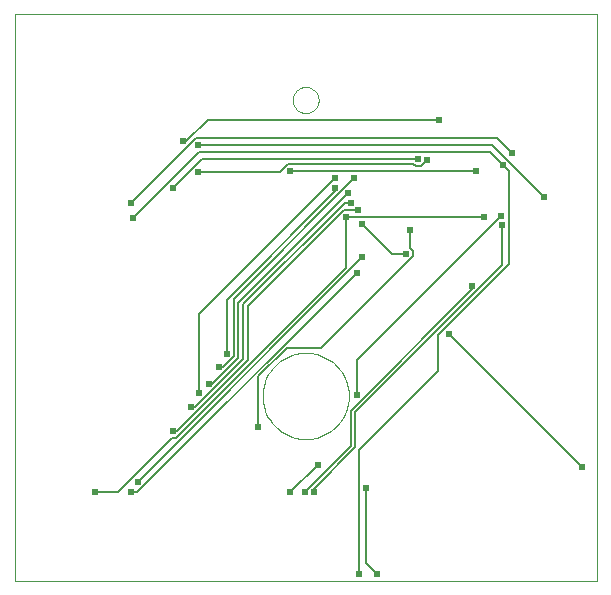
<source format=gbl>
G75*
G70*
%OFA0B0*%
%FSLAX24Y24*%
%IPPOS*%
%LPD*%
%AMOC8*
5,1,8,0,0,1.08239X$1,22.5*
%
%ADD10C,0.0000*%
%ADD11C,0.0060*%
%ADD12C,0.0240*%
D10*
X000303Y000269D02*
X019713Y000269D01*
X019713Y019166D01*
X000303Y019166D01*
X000303Y000269D01*
X008571Y006430D02*
X008573Y006505D01*
X008579Y006580D01*
X008589Y006655D01*
X008602Y006729D01*
X008620Y006802D01*
X008641Y006874D01*
X008666Y006945D01*
X008695Y007014D01*
X008728Y007082D01*
X008764Y007148D01*
X008803Y007213D01*
X008845Y007275D01*
X008891Y007334D01*
X008940Y007392D01*
X008992Y007446D01*
X009046Y007498D01*
X009104Y007547D01*
X009163Y007593D01*
X009225Y007635D01*
X009289Y007674D01*
X009356Y007710D01*
X009424Y007743D01*
X009493Y007772D01*
X009564Y007797D01*
X009636Y007818D01*
X009709Y007836D01*
X009783Y007849D01*
X009858Y007859D01*
X009933Y007865D01*
X010008Y007867D01*
X010083Y007865D01*
X010158Y007859D01*
X010233Y007849D01*
X010307Y007836D01*
X010380Y007818D01*
X010452Y007797D01*
X010523Y007772D01*
X010592Y007743D01*
X010660Y007710D01*
X010726Y007674D01*
X010791Y007635D01*
X010853Y007593D01*
X010912Y007547D01*
X010970Y007498D01*
X011024Y007446D01*
X011076Y007392D01*
X011125Y007334D01*
X011171Y007275D01*
X011213Y007213D01*
X011252Y007149D01*
X011288Y007082D01*
X011321Y007014D01*
X011350Y006945D01*
X011375Y006874D01*
X011396Y006802D01*
X011414Y006729D01*
X011427Y006655D01*
X011437Y006580D01*
X011443Y006505D01*
X011445Y006430D01*
X011443Y006355D01*
X011437Y006280D01*
X011427Y006205D01*
X011414Y006131D01*
X011396Y006058D01*
X011375Y005986D01*
X011350Y005915D01*
X011321Y005846D01*
X011288Y005778D01*
X011252Y005712D01*
X011213Y005647D01*
X011171Y005585D01*
X011125Y005526D01*
X011076Y005468D01*
X011024Y005414D01*
X010970Y005362D01*
X010912Y005313D01*
X010853Y005267D01*
X010791Y005225D01*
X010727Y005186D01*
X010660Y005150D01*
X010592Y005117D01*
X010523Y005088D01*
X010452Y005063D01*
X010380Y005042D01*
X010307Y005024D01*
X010233Y005011D01*
X010158Y005001D01*
X010083Y004995D01*
X010008Y004993D01*
X009933Y004995D01*
X009858Y005001D01*
X009783Y005011D01*
X009709Y005024D01*
X009636Y005042D01*
X009564Y005063D01*
X009493Y005088D01*
X009424Y005117D01*
X009356Y005150D01*
X009290Y005186D01*
X009225Y005225D01*
X009163Y005267D01*
X009104Y005313D01*
X009046Y005362D01*
X008992Y005414D01*
X008940Y005468D01*
X008891Y005526D01*
X008845Y005585D01*
X008803Y005647D01*
X008764Y005711D01*
X008728Y005778D01*
X008695Y005846D01*
X008666Y005915D01*
X008641Y005986D01*
X008620Y006058D01*
X008602Y006131D01*
X008589Y006205D01*
X008579Y006280D01*
X008573Y006355D01*
X008571Y006430D01*
X009575Y016292D02*
X009577Y016333D01*
X009583Y016374D01*
X009593Y016414D01*
X009606Y016453D01*
X009623Y016490D01*
X009644Y016526D01*
X009668Y016560D01*
X009695Y016591D01*
X009724Y016619D01*
X009757Y016645D01*
X009791Y016667D01*
X009828Y016686D01*
X009866Y016701D01*
X009906Y016713D01*
X009946Y016721D01*
X009987Y016725D01*
X010029Y016725D01*
X010070Y016721D01*
X010110Y016713D01*
X010150Y016701D01*
X010188Y016686D01*
X010224Y016667D01*
X010259Y016645D01*
X010292Y016619D01*
X010321Y016591D01*
X010348Y016560D01*
X010372Y016526D01*
X010393Y016490D01*
X010410Y016453D01*
X010423Y016414D01*
X010433Y016374D01*
X010439Y016333D01*
X010441Y016292D01*
X010439Y016251D01*
X010433Y016210D01*
X010423Y016170D01*
X010410Y016131D01*
X010393Y016094D01*
X010372Y016058D01*
X010348Y016024D01*
X010321Y015993D01*
X010292Y015965D01*
X010259Y015939D01*
X010225Y015917D01*
X010188Y015898D01*
X010150Y015883D01*
X010110Y015871D01*
X010070Y015863D01*
X010029Y015859D01*
X009987Y015859D01*
X009946Y015863D01*
X009906Y015871D01*
X009866Y015883D01*
X009828Y015898D01*
X009792Y015917D01*
X009757Y015939D01*
X009724Y015965D01*
X009695Y015993D01*
X009668Y016024D01*
X009644Y016058D01*
X009623Y016094D01*
X009606Y016131D01*
X009593Y016170D01*
X009583Y016210D01*
X009577Y016251D01*
X009575Y016292D01*
D11*
X009417Y014166D02*
X013591Y014166D01*
X013669Y014088D01*
X013866Y014088D01*
X014063Y014285D01*
X013748Y014324D02*
X006543Y014324D01*
X005598Y013379D01*
X006425Y013891D02*
X009142Y013891D01*
X009417Y014166D01*
X009496Y013930D02*
X015677Y013930D01*
X016150Y014560D02*
X016583Y014127D01*
X016780Y013930D01*
X016780Y010820D01*
X014417Y008458D01*
X014417Y007277D01*
X011780Y004639D01*
X011780Y000505D01*
X012016Y000859D02*
X012370Y000505D01*
X012016Y000859D02*
X012016Y003379D01*
X011661Y004718D02*
X010283Y003340D01*
X010283Y003222D01*
X009969Y003222D02*
X011504Y004757D01*
X011504Y005938D01*
X015559Y009993D01*
X015559Y010111D01*
X016543Y010781D02*
X011661Y005899D01*
X011661Y004718D01*
X010402Y004127D02*
X009496Y003222D01*
X008433Y005387D02*
X008433Y007080D01*
X009378Y008025D01*
X010520Y008025D01*
X013591Y011096D01*
X013591Y011253D01*
X013472Y011371D01*
X013472Y011962D01*
X013354Y011174D02*
X012882Y011174D01*
X011898Y012159D01*
X011740Y012631D02*
X011268Y012631D01*
X008079Y009442D01*
X008079Y007631D01*
X005717Y005269D01*
X005598Y005269D01*
X005559Y005033D02*
X005677Y005033D01*
X011346Y010702D01*
X011346Y012395D01*
X015953Y012395D01*
X016504Y012434D02*
X011701Y007631D01*
X011701Y006450D01*
X014772Y008497D02*
X019220Y004048D01*
X016543Y010781D02*
X016543Y012119D01*
X017961Y013064D02*
X016228Y014796D01*
X006425Y014796D01*
X006465Y014560D02*
X016150Y014560D01*
X016386Y015033D02*
X016898Y014521D01*
X016386Y015033D02*
X006346Y015033D01*
X004181Y012867D01*
X004260Y012355D02*
X006465Y014560D01*
X006031Y014914D02*
X006740Y015623D01*
X014457Y015623D01*
X011622Y013694D02*
X007606Y009678D01*
X007606Y007749D01*
X007252Y007395D01*
X007134Y007395D01*
X007370Y007828D02*
X007370Y009639D01*
X010992Y013261D01*
X010992Y013379D01*
X010992Y013694D02*
X006465Y009166D01*
X006465Y006529D01*
X006780Y006844D02*
X006898Y006844D01*
X007764Y007710D01*
X007764Y009521D01*
X011425Y013182D01*
X011504Y012867D02*
X011307Y012867D01*
X007921Y009481D01*
X007921Y007670D01*
X006307Y006056D01*
X006189Y006056D01*
X005559Y005033D02*
X003748Y003222D01*
X003000Y003222D01*
X004181Y003222D02*
X004378Y003222D01*
X011701Y010544D01*
X011898Y011056D02*
X004417Y003576D01*
X005913Y014914D02*
X006031Y014914D01*
D12*
X005913Y014914D03*
X006425Y014796D03*
X006425Y013891D03*
X005598Y013379D03*
X004181Y012867D03*
X004260Y012355D03*
X007370Y007828D03*
X007134Y007395D03*
X006780Y006844D03*
X006465Y006529D03*
X006189Y006056D03*
X005598Y005269D03*
X004417Y003576D03*
X004181Y003222D03*
X003000Y003222D03*
X008433Y005387D03*
X010402Y004127D03*
X010283Y003222D03*
X009969Y003222D03*
X009496Y003222D03*
X012016Y003379D03*
X011780Y000505D03*
X012370Y000505D03*
X011701Y006450D03*
X014772Y008497D03*
X015559Y010111D03*
X016543Y012119D03*
X016504Y012434D03*
X015953Y012395D03*
X015677Y013930D03*
X016583Y014127D03*
X016898Y014521D03*
X017961Y013064D03*
X014457Y015623D03*
X013748Y014324D03*
X014063Y014285D03*
X011740Y012631D03*
X011504Y012867D03*
X011425Y013182D03*
X010992Y013379D03*
X010992Y013694D03*
X011622Y013694D03*
X011346Y012395D03*
X011898Y012159D03*
X011898Y011056D03*
X011701Y010544D03*
X013354Y011174D03*
X013472Y011962D03*
X009496Y013930D03*
X019220Y004048D03*
M02*

</source>
